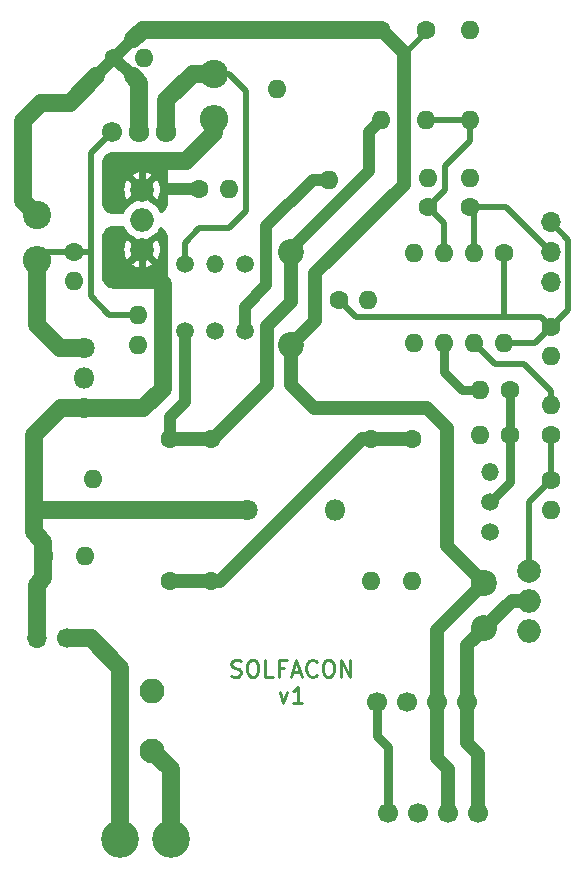
<source format=gbr>
%TF.GenerationSoftware,KiCad,Pcbnew,(6.0.11)*%
%TF.CreationDate,2024-12-16T16:40:19+01:00*%
%TF.ProjectId,Solfacon,536f6c66-6163-46f6-9e2e-6b696361645f,rev?*%
%TF.SameCoordinates,Original*%
%TF.FileFunction,Copper,L1,Top*%
%TF.FilePolarity,Positive*%
%FSLAX46Y46*%
G04 Gerber Fmt 4.6, Leading zero omitted, Abs format (unit mm)*
G04 Created by KiCad (PCBNEW (6.0.11)) date 2024-12-16 16:40:19*
%MOMM*%
%LPD*%
G01*
G04 APERTURE LIST*
%ADD10C,0.250000*%
%TA.AperFunction,NonConductor*%
%ADD11C,0.250000*%
%TD*%
%TA.AperFunction,ComponentPad*%
%ADD12C,1.600000*%
%TD*%
%TA.AperFunction,ComponentPad*%
%ADD13O,1.600000X1.600000*%
%TD*%
%TA.AperFunction,ComponentPad*%
%ADD14C,2.200000*%
%TD*%
%TA.AperFunction,ComponentPad*%
%ADD15O,2.200000X2.200000*%
%TD*%
%TA.AperFunction,ComponentPad*%
%ADD16C,2.000000*%
%TD*%
%TA.AperFunction,ComponentPad*%
%ADD17O,2.000000X2.000000*%
%TD*%
%TA.AperFunction,ComponentPad*%
%ADD18O,1.800000X1.800000*%
%TD*%
%TA.AperFunction,ComponentPad*%
%ADD19C,1.717500*%
%TD*%
%TA.AperFunction,ComponentPad*%
%ADD20O,1.717500X1.800000*%
%TD*%
%TA.AperFunction,ComponentPad*%
%ADD21O,1.700000X1.700000*%
%TD*%
%TA.AperFunction,ComponentPad*%
%ADD22C,1.500000*%
%TD*%
%TA.AperFunction,ComponentPad*%
%ADD23C,1.700000*%
%TD*%
%TA.AperFunction,ComponentPad*%
%ADD24C,2.400000*%
%TD*%
%TA.AperFunction,ComponentPad*%
%ADD25O,2.400000X2.400000*%
%TD*%
%TA.AperFunction,ComponentPad*%
%ADD26O,1.500000X1.500000*%
%TD*%
%TA.AperFunction,ComponentPad*%
%ADD27O,2.100000X2.100000*%
%TD*%
%TA.AperFunction,ComponentPad*%
%ADD28C,2.100000*%
%TD*%
%TA.AperFunction,ComponentPad*%
%ADD29C,3.200000*%
%TD*%
%TA.AperFunction,ComponentPad*%
%ADD30O,3.200000X3.200000*%
%TD*%
%TA.AperFunction,ComponentPad*%
%ADD31C,1.800000*%
%TD*%
%TA.AperFunction,Conductor*%
%ADD32C,0.600000*%
%TD*%
%TA.AperFunction,Conductor*%
%ADD33C,1.500000*%
%TD*%
%TA.AperFunction,Conductor*%
%ADD34C,0.500000*%
%TD*%
%TA.AperFunction,Conductor*%
%ADD35C,0.800000*%
%TD*%
%TA.AperFunction,Conductor*%
%ADD36C,1.000000*%
%TD*%
%TA.AperFunction,Conductor*%
%ADD37C,1.200000*%
%TD*%
G04 APERTURE END LIST*
D10*
D11*
X48933333Y-86174961D02*
X49133333Y-86241628D01*
X49466666Y-86241628D01*
X49600000Y-86174961D01*
X49666666Y-86108295D01*
X49733333Y-85974961D01*
X49733333Y-85841628D01*
X49666666Y-85708295D01*
X49600000Y-85641628D01*
X49466666Y-85574961D01*
X49200000Y-85508295D01*
X49066666Y-85441628D01*
X49000000Y-85374961D01*
X48933333Y-85241628D01*
X48933333Y-85108295D01*
X49000000Y-84974961D01*
X49066666Y-84908295D01*
X49200000Y-84841628D01*
X49533333Y-84841628D01*
X49733333Y-84908295D01*
X50600000Y-84841628D02*
X50866666Y-84841628D01*
X51000000Y-84908295D01*
X51133333Y-85041628D01*
X51200000Y-85308295D01*
X51200000Y-85774961D01*
X51133333Y-86041628D01*
X51000000Y-86174961D01*
X50866666Y-86241628D01*
X50600000Y-86241628D01*
X50466666Y-86174961D01*
X50333333Y-86041628D01*
X50266666Y-85774961D01*
X50266666Y-85308295D01*
X50333333Y-85041628D01*
X50466666Y-84908295D01*
X50600000Y-84841628D01*
X52466666Y-86241628D02*
X51800000Y-86241628D01*
X51800000Y-84841628D01*
X53400000Y-85508295D02*
X52933333Y-85508295D01*
X52933333Y-86241628D02*
X52933333Y-84841628D01*
X53600000Y-84841628D01*
X54066666Y-85841628D02*
X54733333Y-85841628D01*
X53933333Y-86241628D02*
X54400000Y-84841628D01*
X54866666Y-86241628D01*
X56133333Y-86108295D02*
X56066666Y-86174961D01*
X55866666Y-86241628D01*
X55733333Y-86241628D01*
X55533333Y-86174961D01*
X55400000Y-86041628D01*
X55333333Y-85908295D01*
X55266666Y-85641628D01*
X55266666Y-85441628D01*
X55333333Y-85174961D01*
X55400000Y-85041628D01*
X55533333Y-84908295D01*
X55733333Y-84841628D01*
X55866666Y-84841628D01*
X56066666Y-84908295D01*
X56133333Y-84974961D01*
X57000000Y-84841628D02*
X57266666Y-84841628D01*
X57400000Y-84908295D01*
X57533333Y-85041628D01*
X57600000Y-85308295D01*
X57600000Y-85774961D01*
X57533333Y-86041628D01*
X57400000Y-86174961D01*
X57266666Y-86241628D01*
X57000000Y-86241628D01*
X56866666Y-86174961D01*
X56733333Y-86041628D01*
X56666666Y-85774961D01*
X56666666Y-85308295D01*
X56733333Y-85041628D01*
X56866666Y-84908295D01*
X57000000Y-84841628D01*
X58200000Y-86241628D02*
X58200000Y-84841628D01*
X59000000Y-86241628D01*
X59000000Y-84841628D01*
X53000000Y-87562295D02*
X53333333Y-88495628D01*
X53666666Y-87562295D01*
X54933333Y-88495628D02*
X54133333Y-88495628D01*
X54533333Y-88495628D02*
X54533333Y-87095628D01*
X54400000Y-87295628D01*
X54266666Y-87428961D01*
X54133333Y-87495628D01*
D12*
%TO.P,C12,1*%
%TO.N,Net-(C12-Pad1)*%
X65570000Y-46500000D03*
D13*
%TO.P,C12,2*%
%TO.N,GND*%
X65570000Y-44000000D03*
%TD*%
D12*
%TO.P,R3,1*%
%TO.N,Net-(C5-Pad1)*%
X61629686Y-31480340D03*
D13*
%TO.P,R3,2*%
%TO.N,Net-(C7-Pad1)*%
X61629686Y-39100340D03*
%TD*%
D14*
%TO.P,D5,1,K*%
%TO.N,Net-(C5-Pad1)*%
X70350204Y-78330131D03*
D15*
%TO.P,D5,2,A*%
%TO.N,Net-(D5-Pad2)*%
X70350204Y-82140131D03*
%TD*%
D12*
%TO.P,C11,1*%
%TO.N,Net-(C11-Pad1)*%
X69106870Y-46500000D03*
D13*
%TO.P,C11,2*%
%TO.N,GND*%
X69106870Y-44000000D03*
%TD*%
D12*
%TO.P,C4,1*%
%TO.N,Net-(C4-Pad1)*%
X35582982Y-50280987D03*
D13*
%TO.P,C4,2*%
%TO.N,GND*%
X35582982Y-52780987D03*
%TD*%
D16*
%TO.P,LDO1,1,IN*%
%TO.N,Net-(C1-Pad1)*%
X41376883Y-50093309D03*
D17*
%TO.P,LDO1,2,GND*%
%TO.N,GND*%
X41376883Y-47553309D03*
D16*
%TO.P,LDO1,3,OUT*%
%TO.N,Net-(C3-Pad1)*%
X41376883Y-45013309D03*
%TD*%
D18*
%TO.P,,*%
%TO.N,GND*%
X57738286Y-72140131D03*
%TD*%
D19*
%TO.P,Q1,1,G*%
%TO.N,Net-(C4-Pad1)*%
X38833075Y-40120000D03*
D20*
%TO.P,Q1,2,D*%
%TO.N,Net-(C5-Pad1)*%
X41123075Y-40120000D03*
%TO.P,Q1,3,S*%
%TO.N,Net-(D2-Pad1)*%
X43413075Y-40120000D03*
%TD*%
D12*
%TO.P,,*%
%TO.N,Net-(C7-Pad2)*%
X43738286Y-78140131D03*
%TD*%
%TO.P,C5,1*%
%TO.N,Net-(C5-Pad1)*%
X39029794Y-33847238D03*
D13*
%TO.P,C5,2*%
%TO.N,GND*%
X41529794Y-33847238D03*
%TD*%
D21*
%TO.P,RV1,1,1*%
%TO.N,GND*%
X75988286Y-52873106D03*
%TO.P,RV1,2,2*%
%TO.N,Net-(C11-Pad1)*%
X75988286Y-50333106D03*
%TO.P,RV1,3,3*%
%TO.N,Net-(C10-Pad2)*%
X75988286Y-47793106D03*
%TD*%
D16*
%TO.P,Q4,1,G*%
%TO.N,Net-(Q4-Pad1)*%
X74104517Y-77304451D03*
D17*
%TO.P,Q4,2,D*%
%TO.N,Net-(D5-Pad2)*%
X74104517Y-79844451D03*
%TO.P,Q4,3,S*%
%TO.N,GND*%
X74104517Y-82384451D03*
%TD*%
D12*
%TO.P,R5,1*%
%TO.N,Net-(Q3-Pad2)*%
X72528286Y-65803750D03*
D13*
%TO.P,R5,2*%
%TO.N,GND*%
X69988286Y-65803750D03*
%TD*%
D12*
%TO.P,C6,1*%
%TO.N,Net-(C5-Pad1)*%
X52784722Y-31480340D03*
D13*
%TO.P,C6,2*%
%TO.N,GND*%
X52784722Y-36480340D03*
%TD*%
D22*
%TO.P,Q2,1,S*%
%TO.N,Net-(Q2-Pad1)*%
X50080000Y-57000000D03*
%TO.P,Q2,2,G*%
%TO.N,Net-(C4-Pad1)*%
X47540000Y-57000000D03*
%TO.P,Q2,3,D*%
%TO.N,Net-(C7-Pad1)*%
X45000000Y-57000000D03*
%TD*%
D23*
%TO.P,FAN2,1,-*%
%TO.N,Net-(D5-Pad2)*%
X69810000Y-97794404D03*
%TO.P,FAN2,2,+*%
%TO.N,Net-(C5-Pad1)*%
X67270000Y-97794404D03*
%TO.P,FAN2,3,Tacho*%
%TO.N,unconnected-(FAN2-Pad3)*%
X64730000Y-97794404D03*
%TO.P,FAN2,4,PWM*%
%TO.N,Net-(FAN1-Pad4)*%
X62190000Y-97794404D03*
%TD*%
D12*
%TO.P,,*%
%TO.N,Net-(C7-Pad1)*%
X43738286Y-66140131D03*
%TD*%
%TO.P,C1,1*%
%TO.N,Net-(C1-Pad1)*%
X33028792Y-76000000D03*
D13*
%TO.P,C1,2*%
%TO.N,GND*%
X36528792Y-76000000D03*
%TD*%
D12*
%TO.P,C8,1,+*%
%TO.N,Net-(C7-Pad2)*%
X47238286Y-78140131D03*
D13*
%TO.P,C8,2,-*%
%TO.N,GND*%
X60738286Y-78140131D03*
%TD*%
%TO.P,R1,1*%
%TO.N,GND*%
X41000000Y-58144515D03*
%TO.P,R1,2*%
%TO.N,Net-(C4-Pad1)*%
X41000000Y-55604515D03*
%TD*%
%TO.P,C10,1*%
%TO.N,GND*%
X75988286Y-59140131D03*
D12*
%TO.P,C10,2*%
%TO.N,Net-(C10-Pad2)*%
X75988286Y-56640131D03*
%TD*%
%TO.P,C3,1*%
%TO.N,Net-(C3-Pad1)*%
X46186198Y-45000000D03*
D13*
%TO.P,C3,2*%
%TO.N,GND*%
X48686198Y-45000000D03*
%TD*%
D14*
%TO.P,D4,1,K*%
%TO.N,Net-(C5-Pad1)*%
X53988286Y-58140131D03*
%TO.P,D4,2,A*%
%TO.N,Net-(C7-Pad1)*%
X53988286Y-50340131D03*
%TD*%
D12*
%TO.P,R7,1*%
%TO.N,Net-(Q4-Pad1)*%
X75988286Y-69603750D03*
D13*
%TO.P,R7,2*%
%TO.N,GND*%
X75988286Y-72143750D03*
%TD*%
D24*
%TO.P,D2,1,K*%
%TO.N,Net-(D2-Pad1)*%
X47436847Y-35190000D03*
D25*
%TO.P,D2,2,A*%
%TO.N,Net-(C3-Pad1)*%
X47436847Y-39000000D03*
%TD*%
D12*
%TO.P,,*%
%TO.N,Net-(C7-Pad2)*%
X64238286Y-66140131D03*
%TD*%
%TO.P,C2,1*%
%TO.N,Net-(C1-Pad1)*%
X32226954Y-69479913D03*
D13*
%TO.P,C2,2*%
%TO.N,GND*%
X37226954Y-69479913D03*
%TD*%
D12*
%TO.P,R8,1*%
%TO.N,Net-(C5-Pad1)*%
X65370112Y-31480340D03*
D13*
%TO.P,R8,2*%
%TO.N,Net-(C12-Pad1)*%
X65370112Y-39100340D03*
%TD*%
D26*
%TO.P,Q3,1,S*%
%TO.N,GND*%
X70836340Y-68920000D03*
D22*
%TO.P,Q3,2,G*%
%TO.N,Net-(Q3-Pad2)*%
X70836340Y-71460000D03*
%TO.P,Q3,3,D*%
%TO.N,Net-(FAN1-Pad4)*%
X70836340Y-74000000D03*
%TD*%
D12*
%TO.P,C7,1,+*%
%TO.N,Net-(C7-Pad1)*%
X47238286Y-66140131D03*
%TO.P,C7,2,-*%
%TO.N,Net-(C7-Pad2)*%
X60738286Y-66140131D03*
%TD*%
D13*
%TO.P,,*%
%TO.N,GND*%
X64238286Y-78140131D03*
%TD*%
%TO.P,R9,1*%
%TO.N,GND*%
X69106870Y-31480340D03*
%TO.P,R9,2*%
%TO.N,Net-(C12-Pad1)*%
X69106870Y-39100340D03*
%TD*%
D22*
%TO.P,LDO2,1,VO*%
%TO.N,Net-(C10-Pad2)*%
X50080000Y-51293212D03*
D26*
%TO.P,LDO2,2,GND*%
%TO.N,GND*%
X47540000Y-51293212D03*
D22*
%TO.P,LDO2,3,VI*%
%TO.N,Net-(D2-Pad1)*%
X45000000Y-51293212D03*
%TD*%
D27*
%TO.P,POWER1,1,Ext*%
%TO.N,GND*%
X42228468Y-87508401D03*
D28*
%TO.P,POWER1,2,In*%
%TO.N,Net-(D1-Pad2)*%
X42228468Y-92508401D03*
%TD*%
D23*
%TO.P,S1,1,Pin_1*%
%TO.N,Net-(D1-Pad1)*%
X35000000Y-83000000D03*
D21*
%TO.P,S1,2,Pin_2*%
%TO.N,Net-(C1-Pad1)*%
X32460000Y-83000000D03*
%TD*%
D12*
%TO.P,R6,1*%
%TO.N,Net-(Q4-Pad1)*%
X75988286Y-65803750D03*
D13*
%TO.P,R6,2*%
%TO.N,Net-(R6-Pad2)*%
X75988286Y-63263750D03*
%TD*%
D29*
%TO.P,D1,1,K*%
%TO.N,Net-(D1-Pad1)*%
X39519158Y-100010338D03*
D30*
%TO.P,D1,2,A*%
%TO.N,Net-(D1-Pad2)*%
X43819158Y-100010338D03*
%TD*%
D23*
%TO.P,FAN1,1,-*%
%TO.N,Net-(D5-Pad2)*%
X68880071Y-88375700D03*
%TO.P,FAN1,2,+*%
%TO.N,Net-(C5-Pad1)*%
X66340071Y-88375700D03*
%TO.P,FAN1,3,Tacho*%
%TO.N,unconnected-(FAN1-Pad3)*%
X63800071Y-88375700D03*
%TO.P,FAN1,4,PWM*%
%TO.N,Net-(FAN1-Pad4)*%
X61260071Y-88375700D03*
%TD*%
D12*
%TO.P,R4,1*%
%TO.N,Net-(Q3-Pad2)*%
X72528286Y-62003750D03*
D13*
%TO.P,R4,2*%
%TO.N,Net-(R4-Pad2)*%
X69988286Y-62003750D03*
%TD*%
D31*
%TO.P,SR1,1,+VIN*%
%TO.N,Net-(C1-Pad1)*%
X36426012Y-63540000D03*
D18*
%TO.P,SR1,2,GND*%
%TO.N,GND*%
X36426012Y-61000000D03*
D31*
%TO.P,SR1,3,+VOUT*%
%TO.N,Net-(C4-Pad1)*%
X36426012Y-58460000D03*
%TD*%
D13*
%TO.P,C9,1*%
%TO.N,GND*%
X60500000Y-54320131D03*
D12*
%TO.P,C9,2*%
%TO.N,Net-(C10-Pad2)*%
X58000000Y-54320131D03*
%TD*%
%TO.P,U1,1,~{RESET}/PB5*%
%TO.N,Net-(C10-Pad2)*%
X71988286Y-50380000D03*
D13*
%TO.P,U1,2,XTAL1/PB3*%
%TO.N,Net-(C11-Pad1)*%
X69448286Y-50380000D03*
%TO.P,U1,3,XTAL2/PB4*%
%TO.N,Net-(C12-Pad1)*%
X66908286Y-50380000D03*
%TO.P,U1,4,GND*%
%TO.N,GND*%
X64368286Y-50380000D03*
%TO.P,U1,5,AREF/PB0*%
%TO.N,unconnected-(U1-Pad5)*%
X64368286Y-58000000D03*
%TO.P,U1,6,PB1*%
%TO.N,Net-(R4-Pad2)*%
X66908286Y-58000000D03*
%TO.P,U1,7,PB2*%
%TO.N,Net-(R6-Pad2)*%
X69448286Y-58000000D03*
%TO.P,U1,8,VCC*%
%TO.N,Net-(C10-Pad2)*%
X71988286Y-58000000D03*
%TD*%
D12*
%TO.P,R2,1*%
%TO.N,Net-(C5-Pad1)*%
X57206598Y-31480340D03*
D13*
%TO.P,R2,2*%
%TO.N,Net-(Q2-Pad1)*%
X57206598Y-44180340D03*
%TD*%
D24*
%TO.P,D3,1,K*%
%TO.N,Net-(C5-Pad1)*%
X32440301Y-47187871D03*
D25*
%TO.P,D3,2,A*%
%TO.N,Net-(C4-Pad1)*%
X32440301Y-50997871D03*
%TD*%
D31*
%TO.P,,*%
%TO.N,Net-(C1-Pad1)*%
X50238286Y-72140131D03*
%TD*%
D32*
%TO.N,Net-(C1-Pad1)*%
X42000000Y-52087449D02*
X41535666Y-52087449D01*
D33*
X36426012Y-63540000D02*
X34460000Y-63540000D01*
X32175657Y-74000000D02*
X33006716Y-74831059D01*
X32181261Y-72140131D02*
X50238286Y-72140131D01*
X34460000Y-63540000D02*
X32175657Y-65824343D01*
X33006716Y-74831059D02*
X33006716Y-77924102D01*
X42265873Y-52198646D02*
X43112240Y-53045013D01*
X41460000Y-63540000D02*
X36426012Y-63540000D01*
D32*
X41376883Y-51928666D02*
X41376883Y-50093309D01*
D33*
X32460000Y-78470818D02*
X32460000Y-83000000D01*
X33006716Y-77924102D02*
X32460000Y-78470818D01*
X43112240Y-53045013D02*
X43112240Y-61887760D01*
D32*
X41535666Y-52087449D02*
X41376883Y-51928666D01*
D33*
X43112240Y-61887760D02*
X41460000Y-63540000D01*
X32175657Y-65824343D02*
X32175657Y-74000000D01*
%TO.N,Net-(D2-Pad1)*%
X47436847Y-35190000D02*
X45692262Y-35190000D01*
X43413075Y-37469187D02*
X43413075Y-40120000D01*
X45692262Y-35190000D02*
X43413075Y-37469187D01*
D34*
X50159506Y-46840494D02*
X48717448Y-48282552D01*
X48717448Y-48282552D02*
X46217448Y-48282552D01*
X48714735Y-35190000D02*
X50159506Y-36634771D01*
X45000000Y-49500000D02*
X45000000Y-51293212D01*
X47436847Y-35190000D02*
X48714735Y-35190000D01*
X50159506Y-36634771D02*
X50159506Y-46840494D01*
X46217448Y-48282552D02*
X45000000Y-49500000D01*
D35*
%TO.N,Net-(FAN1-Pad4)*%
X61260071Y-91260071D02*
X62190000Y-92190000D01*
X61260071Y-88375700D02*
X61260071Y-91260071D01*
X62190000Y-92190000D02*
X62190000Y-97794404D01*
D33*
%TO.N,Net-(D1-Pad1)*%
X37000000Y-83000000D02*
X39519158Y-85519158D01*
X35000000Y-83000000D02*
X37000000Y-83000000D01*
X39519158Y-85519158D02*
X39519158Y-100010338D01*
%TO.N,Net-(D1-Pad2)*%
X43819158Y-94099091D02*
X43819158Y-100010338D01*
X42228468Y-92508401D02*
X43819158Y-94099091D01*
%TO.N,Net-(C3-Pad1)*%
X42600610Y-42564562D02*
X45124513Y-42564562D01*
D32*
X41376883Y-42286024D02*
X41376883Y-45013309D01*
D33*
X45124513Y-42564562D02*
X47436847Y-40252228D01*
X47436847Y-40252228D02*
X47436847Y-39000000D01*
D36*
X43414565Y-45000000D02*
X46186198Y-45000000D01*
D32*
X44000000Y-42110074D02*
X41162641Y-42110074D01*
D34*
%TO.N,Net-(C4-Pad1)*%
X38833075Y-40120000D02*
X37001574Y-41951501D01*
X37001574Y-54001574D02*
X38604515Y-55604515D01*
X33157185Y-50280987D02*
X36962709Y-50280987D01*
X37001574Y-41951501D02*
X37001574Y-54001574D01*
D33*
X32440301Y-56457295D02*
X34443006Y-58460000D01*
D34*
X32440301Y-50997871D02*
X33157185Y-50280987D01*
D33*
X34443006Y-58460000D02*
X36426012Y-58460000D01*
X32440301Y-50997871D02*
X32440301Y-56457295D01*
D34*
X38604515Y-55604515D02*
X41000000Y-55604515D01*
D35*
%TO.N,Net-(Q3-Pad2)*%
X72528286Y-61803750D02*
X72528286Y-69768054D01*
X72528286Y-69768054D02*
X70836340Y-71460000D01*
D34*
%TO.N,Net-(Q4-Pad1)*%
X75988286Y-69603750D02*
X74104517Y-71487519D01*
X75988286Y-65803750D02*
X75988286Y-69603750D01*
X74104517Y-71487519D02*
X74104517Y-77304451D01*
D35*
%TO.N,Net-(R4-Pad2)*%
X68436468Y-62003750D02*
X69988286Y-62003750D01*
X66908286Y-58000000D02*
X66908286Y-60475568D01*
X66908286Y-60475568D02*
X68436468Y-62003750D01*
D34*
%TO.N,Net-(C11-Pad1)*%
X72155180Y-46500000D02*
X75988286Y-50333106D01*
X69448286Y-50380000D02*
X69448286Y-46841416D01*
X69448286Y-46841416D02*
X69106870Y-46500000D01*
X69106870Y-46500000D02*
X72155180Y-46500000D01*
%TO.N,Net-(C10-Pad2)*%
X74628417Y-58000000D02*
X75988286Y-56640131D01*
X71988286Y-55697405D02*
X71988286Y-50380000D01*
X71988286Y-58000000D02*
X74628417Y-58000000D01*
X59454307Y-55774438D02*
X58000000Y-54320131D01*
X77438896Y-55189521D02*
X75988286Y-56640131D01*
X75988286Y-56640131D02*
X75122593Y-55774438D01*
X77438896Y-49243716D02*
X77438896Y-55189521D01*
X75988286Y-47793106D02*
X77438896Y-49243716D01*
X75122593Y-55774438D02*
X59454307Y-55774438D01*
%TO.N,Net-(R6-Pad2)*%
X75988286Y-62081960D02*
X75988286Y-63263750D01*
X73687995Y-59781669D02*
X75988286Y-62081960D01*
X69448286Y-58000000D02*
X71229955Y-59781669D01*
X71229955Y-59781669D02*
X73687995Y-59781669D01*
D37*
%TO.N,Net-(C5-Pad1)*%
X55880872Y-63469001D02*
X65469001Y-63469001D01*
D33*
X32834847Y-37657564D02*
X31265597Y-39226814D01*
X37496546Y-35401849D02*
X35240831Y-37657564D01*
D34*
X63373703Y-33745440D02*
X65570000Y-31549143D01*
D33*
X61279931Y-31470817D02*
X61270408Y-31480340D01*
D37*
X56000000Y-52118461D02*
X56000000Y-56128417D01*
D36*
X40574539Y-35391983D02*
X39029794Y-33847238D01*
D33*
X41415220Y-31480340D02*
X40620221Y-32275339D01*
D37*
X53988286Y-61576415D02*
X55880872Y-63469001D01*
D36*
X40534877Y-32342155D02*
X39029794Y-33847238D01*
D33*
X31265597Y-39226814D02*
X31265597Y-46013167D01*
D37*
X66340071Y-82340264D02*
X66340071Y-93109864D01*
X56000000Y-56128417D02*
X53988286Y-58140131D01*
D33*
X41123075Y-40120000D02*
X41123075Y-35980658D01*
D37*
X63529079Y-33379733D02*
X63529079Y-44589382D01*
D33*
X35240831Y-37657564D02*
X32834847Y-37657564D01*
D37*
X66340071Y-93109864D02*
X67270000Y-94039793D01*
X67193909Y-75173836D02*
X70350204Y-78330131D01*
D33*
X56451334Y-31480340D02*
X41415220Y-31480340D01*
D36*
X39029794Y-33847238D02*
X37484307Y-35392725D01*
D37*
X67270000Y-94039793D02*
X67270000Y-97794404D01*
D33*
X61270408Y-31480340D02*
X56451334Y-31480340D01*
D37*
X53988286Y-58140131D02*
X53988286Y-61576415D01*
D33*
X41123075Y-35980658D02*
X40563254Y-35420837D01*
D37*
X63529079Y-44589382D02*
X56000000Y-52118461D01*
X67193909Y-65193909D02*
X67193909Y-75173836D01*
X65469001Y-63469001D02*
X67193909Y-65193909D01*
X70350204Y-78330131D02*
X66340071Y-82340264D01*
D34*
X65570000Y-31549143D02*
X65570000Y-31480340D01*
D33*
X31265597Y-46013167D02*
X32440301Y-47187871D01*
D37*
X61629686Y-31480340D02*
X63529079Y-33379733D01*
D36*
%TO.N,Net-(C7-Pad1)*%
X53988286Y-50011714D02*
X53988286Y-50340131D01*
X43738286Y-64261714D02*
X43738286Y-66140131D01*
X60569444Y-40160582D02*
X60569444Y-43430556D01*
D37*
X51919270Y-61571726D02*
X47350865Y-66140131D01*
D36*
X45000000Y-63000000D02*
X43738286Y-64261714D01*
X45000000Y-57000000D02*
X45000000Y-63000000D01*
D37*
X53988286Y-54501063D02*
X51919270Y-56570079D01*
D36*
X60569444Y-43430556D02*
X53988286Y-50011714D01*
D37*
X51919270Y-56570079D02*
X51919270Y-61571726D01*
X53988286Y-50340131D02*
X53988286Y-54501063D01*
D36*
X61629686Y-39100340D02*
X60569444Y-40160582D01*
D37*
X47238286Y-66140131D02*
X43738286Y-66140131D01*
%TO.N,Net-(C7-Pad2)*%
X59986579Y-66140131D02*
X47986579Y-78140131D01*
X47238286Y-78140131D02*
X43738286Y-78140131D01*
X60738286Y-66140131D02*
X64238286Y-66140131D01*
D36*
%TO.N,Net-(Q2-Pad1)*%
X51879882Y-48120118D02*
X51879882Y-53120118D01*
X57206598Y-44180340D02*
X55819660Y-44180340D01*
X51879882Y-53120118D02*
X50080000Y-54920000D01*
X55819660Y-44180340D02*
X51879882Y-48120118D01*
X50080000Y-54920000D02*
X50080000Y-57000000D01*
D34*
%TO.N,Net-(C12-Pad1)*%
X65570000Y-46500000D02*
X67000000Y-45070000D01*
X66908286Y-47838286D02*
X66908286Y-50380000D01*
X69106870Y-39100340D02*
X65570000Y-39100340D01*
X69106870Y-40893130D02*
X69106870Y-39100340D01*
X65570000Y-46500000D02*
X66908286Y-47838286D01*
X67000000Y-45070000D02*
X67000000Y-43000000D01*
X67000000Y-43000000D02*
X69106870Y-40893130D01*
D37*
%TO.N,Net-(D5-Pad2)*%
X68880071Y-88375700D02*
X68880071Y-83610264D01*
X72645884Y-79844451D02*
X74104517Y-79844451D01*
X68880071Y-83610264D02*
X72645884Y-79844451D01*
X68880071Y-91880071D02*
X68880071Y-88375700D01*
X69810000Y-92810000D02*
X68880071Y-91880071D01*
X69810000Y-97794404D02*
X69810000Y-92810000D01*
%TD*%
%TA.AperFunction,Conductor*%
%TO.N,Net-(C3-Pad1)*%
G36*
X42566551Y-41816091D02*
G01*
X42743128Y-41833483D01*
X42767345Y-41838299D01*
X42931197Y-41888002D01*
X42954017Y-41897455D01*
X43105019Y-41978167D01*
X43125544Y-41991881D01*
X43257909Y-42100510D01*
X43275362Y-42117963D01*
X43368742Y-42231748D01*
X43383985Y-42250322D01*
X43397707Y-42270859D01*
X43478418Y-42421858D01*
X43487867Y-42444668D01*
X43537572Y-42608523D01*
X43542389Y-42632743D01*
X43559781Y-42809320D01*
X43560388Y-42821671D01*
X43560387Y-46101202D01*
X43559780Y-46113552D01*
X43542389Y-46290126D01*
X43537572Y-46314347D01*
X43537570Y-46314355D01*
X43487869Y-46478199D01*
X43478418Y-46501015D01*
X43397708Y-46652014D01*
X43397706Y-46652017D01*
X43383988Y-46672547D01*
X43275361Y-46804910D01*
X43257908Y-46822363D01*
X43125545Y-46930990D01*
X43105014Y-46944708D01*
X43024693Y-46987640D01*
X42955187Y-47002112D01*
X42888891Y-46976708D01*
X42848889Y-46924736D01*
X42809244Y-46829024D01*
X42809242Y-46829020D01*
X42807349Y-46824450D01*
X42675719Y-46609650D01*
X42672507Y-46605890D01*
X42672504Y-46605885D01*
X42515320Y-46421847D01*
X42512107Y-46418085D01*
X42390649Y-46314350D01*
X42324307Y-46257688D01*
X42324302Y-46257685D01*
X42320542Y-46254473D01*
X42105742Y-46122843D01*
X42054483Y-46101611D01*
X42013607Y-46074297D01*
X41389695Y-45450385D01*
X41375751Y-45442771D01*
X41373918Y-45442902D01*
X41367303Y-45447153D01*
X40740159Y-46074297D01*
X40699283Y-46101611D01*
X40648024Y-46122843D01*
X40433224Y-46254473D01*
X40429464Y-46257685D01*
X40429459Y-46257688D01*
X40363117Y-46314350D01*
X40241659Y-46418085D01*
X40238446Y-46421847D01*
X40081262Y-46605885D01*
X40081259Y-46605890D01*
X40078047Y-46609650D01*
X39946417Y-46824450D01*
X39872828Y-47002112D01*
X39861439Y-47029607D01*
X39816891Y-47084888D01*
X39745030Y-47107389D01*
X38952316Y-47107389D01*
X38939966Y-47106782D01*
X38763389Y-47089390D01*
X38739172Y-47084574D01*
X38575319Y-47034871D01*
X38552500Y-47025418D01*
X38481822Y-46987640D01*
X38401498Y-46944706D01*
X38380973Y-46930992D01*
X38248608Y-46822363D01*
X38231155Y-46804910D01*
X38122532Y-46672551D01*
X38108810Y-46652014D01*
X38028099Y-46501015D01*
X38018648Y-46478199D01*
X37968945Y-46314350D01*
X37964128Y-46290130D01*
X37946736Y-46113553D01*
X37946129Y-46101202D01*
X37946129Y-45018239D01*
X39864608Y-45018239D01*
X39882455Y-45245008D01*
X39883998Y-45254755D01*
X39937100Y-45475936D01*
X39940149Y-45485321D01*
X40027196Y-45695472D01*
X40031678Y-45704267D01*
X40109598Y-45831419D01*
X40120054Y-45840879D01*
X40128833Y-45837095D01*
X40939807Y-45026121D01*
X40946185Y-45014441D01*
X41806345Y-45014441D01*
X41806476Y-45016274D01*
X41810727Y-45022889D01*
X42621891Y-45834053D01*
X42634271Y-45840813D01*
X42641921Y-45835086D01*
X42722088Y-45704267D01*
X42726570Y-45695472D01*
X42813617Y-45485321D01*
X42816666Y-45475936D01*
X42869768Y-45254755D01*
X42871311Y-45245008D01*
X42889158Y-45018239D01*
X42889158Y-45008379D01*
X42871311Y-44781610D01*
X42869768Y-44771863D01*
X42816666Y-44550682D01*
X42813617Y-44541297D01*
X42726570Y-44331146D01*
X42722088Y-44322351D01*
X42644168Y-44195199D01*
X42633712Y-44185739D01*
X42624933Y-44189523D01*
X41813959Y-45000497D01*
X41806345Y-45014441D01*
X40946185Y-45014441D01*
X40947421Y-45012177D01*
X40947290Y-45010344D01*
X40943039Y-45003729D01*
X40131875Y-44192565D01*
X40119495Y-44185805D01*
X40111845Y-44191532D01*
X40031678Y-44322351D01*
X40027196Y-44331146D01*
X39940149Y-44541297D01*
X39937100Y-44550682D01*
X39883998Y-44771863D01*
X39882455Y-44781610D01*
X39864608Y-45008379D01*
X39864608Y-45018239D01*
X37946129Y-45018239D01*
X37946130Y-43756480D01*
X40549313Y-43756480D01*
X40553097Y-43765259D01*
X41364071Y-44576233D01*
X41378015Y-44583847D01*
X41379848Y-44583716D01*
X41386463Y-44579465D01*
X42197627Y-43768301D01*
X42204387Y-43755921D01*
X42198660Y-43748271D01*
X42067841Y-43668104D01*
X42059046Y-43663622D01*
X41848895Y-43576575D01*
X41839510Y-43573526D01*
X41618329Y-43520424D01*
X41608582Y-43518881D01*
X41381813Y-43501034D01*
X41371953Y-43501034D01*
X41145184Y-43518881D01*
X41135437Y-43520424D01*
X40914256Y-43573526D01*
X40904871Y-43576575D01*
X40694720Y-43663622D01*
X40685925Y-43668104D01*
X40558773Y-43746024D01*
X40549313Y-43756480D01*
X37946130Y-43756480D01*
X37946130Y-42821671D01*
X37946737Y-42809321D01*
X37964128Y-42632747D01*
X37968945Y-42608526D01*
X38018648Y-42444673D01*
X38028101Y-42421854D01*
X38058435Y-42365103D01*
X38108813Y-42270853D01*
X38122529Y-42250326D01*
X38231156Y-42117963D01*
X38248609Y-42100510D01*
X38380972Y-41991883D01*
X38401499Y-41978167D01*
X38552500Y-41897455D01*
X38575320Y-41888002D01*
X38739172Y-41838299D01*
X38763390Y-41833483D01*
X38939967Y-41816091D01*
X38952317Y-41815484D01*
X42554201Y-41815484D01*
X42566551Y-41816091D01*
G37*
%TD.AperFunction*%
%TD*%
%TA.AperFunction,Conductor*%
%TO.N,Net-(C1-Pad1)*%
G36*
X39858084Y-48127712D02*
G01*
X39906372Y-48185491D01*
X39918011Y-48213589D01*
X39946417Y-48282168D01*
X40078047Y-48496968D01*
X40081259Y-48500728D01*
X40081262Y-48500733D01*
X40226139Y-48670361D01*
X40241659Y-48688533D01*
X40245421Y-48691746D01*
X40429459Y-48848930D01*
X40429464Y-48848933D01*
X40433224Y-48852145D01*
X40648024Y-48983775D01*
X40652593Y-48985668D01*
X40652594Y-48985668D01*
X40699283Y-49005007D01*
X40740159Y-49032321D01*
X41364071Y-49656233D01*
X41378015Y-49663847D01*
X41379848Y-49663716D01*
X41386463Y-49659465D01*
X42013607Y-49032321D01*
X42054483Y-49005007D01*
X42101172Y-48985668D01*
X42101173Y-48985668D01*
X42105742Y-48983775D01*
X42320542Y-48852145D01*
X42324302Y-48848933D01*
X42324307Y-48848930D01*
X42508345Y-48691746D01*
X42512107Y-48688533D01*
X42527627Y-48670361D01*
X42672504Y-48500733D01*
X42672507Y-48500728D01*
X42675719Y-48496968D01*
X42807349Y-48282168D01*
X42809245Y-48277591D01*
X42812858Y-48268869D01*
X42857407Y-48213589D01*
X42924770Y-48191169D01*
X42988661Y-48205967D01*
X43109194Y-48270393D01*
X43129721Y-48284109D01*
X43262084Y-48392736D01*
X43279537Y-48410189D01*
X43388164Y-48542552D01*
X43401882Y-48563082D01*
X43482592Y-48714081D01*
X43492045Y-48736900D01*
X43541748Y-48900753D01*
X43546564Y-48924970D01*
X43557138Y-49032321D01*
X43563956Y-49101547D01*
X43564563Y-49113897D01*
X43564563Y-52384758D01*
X43563956Y-52397108D01*
X43546565Y-52573682D01*
X43541748Y-52597902D01*
X43492045Y-52761754D01*
X43482592Y-52784574D01*
X43401882Y-52935573D01*
X43388164Y-52956103D01*
X43279537Y-53088466D01*
X43262084Y-53105919D01*
X43129721Y-53214546D01*
X43109194Y-53228262D01*
X43016980Y-53277552D01*
X42958192Y-53308974D01*
X42935373Y-53318427D01*
X42771520Y-53368130D01*
X42747303Y-53372946D01*
X42570726Y-53390338D01*
X42558376Y-53390945D01*
X38942770Y-53390945D01*
X38930420Y-53390338D01*
X38753843Y-53372946D01*
X38729626Y-53368130D01*
X38565773Y-53318427D01*
X38542954Y-53308974D01*
X38484166Y-53277552D01*
X38391952Y-53228262D01*
X38371425Y-53214546D01*
X38239062Y-53105919D01*
X38221609Y-53088466D01*
X38112982Y-52956103D01*
X38099264Y-52935573D01*
X38018554Y-52784574D01*
X38009101Y-52761754D01*
X37959398Y-52597902D01*
X37954581Y-52573682D01*
X37937190Y-52397108D01*
X37936583Y-52384758D01*
X37936583Y-51350697D01*
X40549379Y-51350697D01*
X40555106Y-51358347D01*
X40685925Y-51438514D01*
X40694720Y-51442996D01*
X40904871Y-51530043D01*
X40914256Y-51533092D01*
X41135437Y-51586194D01*
X41145184Y-51587737D01*
X41371953Y-51605584D01*
X41381813Y-51605584D01*
X41608582Y-51587737D01*
X41618329Y-51586194D01*
X41839510Y-51533092D01*
X41848895Y-51530043D01*
X42059046Y-51442996D01*
X42067841Y-51438514D01*
X42194993Y-51360594D01*
X42204453Y-51350138D01*
X42200669Y-51341359D01*
X41389695Y-50530385D01*
X41375751Y-50522771D01*
X41373918Y-50522902D01*
X41367303Y-50527153D01*
X40556139Y-51338317D01*
X40549379Y-51350697D01*
X37936583Y-51350697D01*
X37936583Y-50098239D01*
X39864608Y-50098239D01*
X39882455Y-50325008D01*
X39883998Y-50334755D01*
X39937100Y-50555936D01*
X39940149Y-50565321D01*
X40027196Y-50775472D01*
X40031678Y-50784267D01*
X40109598Y-50911419D01*
X40120054Y-50920879D01*
X40128833Y-50917095D01*
X40939807Y-50106121D01*
X40946185Y-50094441D01*
X41806345Y-50094441D01*
X41806476Y-50096274D01*
X41810727Y-50102889D01*
X42621891Y-50914053D01*
X42634271Y-50920813D01*
X42641921Y-50915086D01*
X42722088Y-50784267D01*
X42726570Y-50775472D01*
X42813617Y-50565321D01*
X42816666Y-50555936D01*
X42869768Y-50334755D01*
X42871311Y-50325008D01*
X42889158Y-50098239D01*
X42889158Y-50088379D01*
X42871311Y-49861610D01*
X42869768Y-49851863D01*
X42816666Y-49630682D01*
X42813617Y-49621297D01*
X42726570Y-49411146D01*
X42722088Y-49402351D01*
X42644168Y-49275199D01*
X42633712Y-49265739D01*
X42624933Y-49269523D01*
X41813959Y-50080497D01*
X41806345Y-50094441D01*
X40946185Y-50094441D01*
X40947421Y-50092177D01*
X40947290Y-50090344D01*
X40943039Y-50083729D01*
X40131875Y-49272565D01*
X40119495Y-49265805D01*
X40111845Y-49271532D01*
X40031678Y-49402351D01*
X40027196Y-49411146D01*
X39940149Y-49621297D01*
X39937100Y-49630682D01*
X39883998Y-49851863D01*
X39882455Y-49861610D01*
X39864608Y-50088379D01*
X39864608Y-50098239D01*
X37936583Y-50098239D01*
X37936583Y-49113897D01*
X37937190Y-49101547D01*
X37944008Y-49032321D01*
X37954582Y-48924970D01*
X37959398Y-48900753D01*
X38009101Y-48736900D01*
X38018554Y-48714081D01*
X38099264Y-48563082D01*
X38112982Y-48542552D01*
X38221609Y-48410189D01*
X38239062Y-48392736D01*
X38371425Y-48284109D01*
X38391952Y-48270393D01*
X38542954Y-48189681D01*
X38565774Y-48180228D01*
X38729626Y-48130525D01*
X38753843Y-48125709D01*
X38930420Y-48108317D01*
X38942770Y-48107710D01*
X39789963Y-48107710D01*
X39858084Y-48127712D01*
G37*
%TD.AperFunction*%
%TD*%
M02*

</source>
